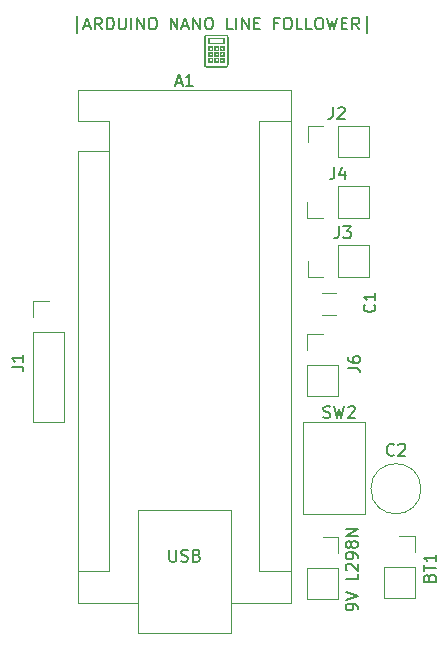
<source format=gbr>
%TF.GenerationSoftware,KiCad,Pcbnew,7.0.7*%
%TF.CreationDate,2023-10-16T17:52:53+02:00*%
%TF.ProjectId,arduino-nano-line-follower,61726475-696e-46f2-9d6e-616e6f2d6c69,0*%
%TF.SameCoordinates,Original*%
%TF.FileFunction,Legend,Top*%
%TF.FilePolarity,Positive*%
%FSLAX46Y46*%
G04 Gerber Fmt 4.6, Leading zero omitted, Abs format (unit mm)*
G04 Created by KiCad (PCBNEW 7.0.7) date 2023-10-16 17:52:53*
%MOMM*%
%LPD*%
G01*
G04 APERTURE LIST*
%ADD10C,0.150000*%
%ADD11C,0.120000*%
G04 APERTURE END LIST*
D10*
X91974874Y-37303152D02*
X91974874Y-35874580D01*
X92641541Y-36684104D02*
X93117731Y-36684104D01*
X92546303Y-36969819D02*
X92879636Y-35969819D01*
X92879636Y-35969819D02*
X93212969Y-36969819D01*
X94117731Y-36969819D02*
X93784398Y-36493628D01*
X93546303Y-36969819D02*
X93546303Y-35969819D01*
X93546303Y-35969819D02*
X93927255Y-35969819D01*
X93927255Y-35969819D02*
X94022493Y-36017438D01*
X94022493Y-36017438D02*
X94070112Y-36065057D01*
X94070112Y-36065057D02*
X94117731Y-36160295D01*
X94117731Y-36160295D02*
X94117731Y-36303152D01*
X94117731Y-36303152D02*
X94070112Y-36398390D01*
X94070112Y-36398390D02*
X94022493Y-36446009D01*
X94022493Y-36446009D02*
X93927255Y-36493628D01*
X93927255Y-36493628D02*
X93546303Y-36493628D01*
X94546303Y-36969819D02*
X94546303Y-35969819D01*
X94546303Y-35969819D02*
X94784398Y-35969819D01*
X94784398Y-35969819D02*
X94927255Y-36017438D01*
X94927255Y-36017438D02*
X95022493Y-36112676D01*
X95022493Y-36112676D02*
X95070112Y-36207914D01*
X95070112Y-36207914D02*
X95117731Y-36398390D01*
X95117731Y-36398390D02*
X95117731Y-36541247D01*
X95117731Y-36541247D02*
X95070112Y-36731723D01*
X95070112Y-36731723D02*
X95022493Y-36826961D01*
X95022493Y-36826961D02*
X94927255Y-36922200D01*
X94927255Y-36922200D02*
X94784398Y-36969819D01*
X94784398Y-36969819D02*
X94546303Y-36969819D01*
X95546303Y-35969819D02*
X95546303Y-36779342D01*
X95546303Y-36779342D02*
X95593922Y-36874580D01*
X95593922Y-36874580D02*
X95641541Y-36922200D01*
X95641541Y-36922200D02*
X95736779Y-36969819D01*
X95736779Y-36969819D02*
X95927255Y-36969819D01*
X95927255Y-36969819D02*
X96022493Y-36922200D01*
X96022493Y-36922200D02*
X96070112Y-36874580D01*
X96070112Y-36874580D02*
X96117731Y-36779342D01*
X96117731Y-36779342D02*
X96117731Y-35969819D01*
X96593922Y-36969819D02*
X96593922Y-35969819D01*
X97070112Y-36969819D02*
X97070112Y-35969819D01*
X97070112Y-35969819D02*
X97641540Y-36969819D01*
X97641540Y-36969819D02*
X97641540Y-35969819D01*
X98308207Y-35969819D02*
X98498683Y-35969819D01*
X98498683Y-35969819D02*
X98593921Y-36017438D01*
X98593921Y-36017438D02*
X98689159Y-36112676D01*
X98689159Y-36112676D02*
X98736778Y-36303152D01*
X98736778Y-36303152D02*
X98736778Y-36636485D01*
X98736778Y-36636485D02*
X98689159Y-36826961D01*
X98689159Y-36826961D02*
X98593921Y-36922200D01*
X98593921Y-36922200D02*
X98498683Y-36969819D01*
X98498683Y-36969819D02*
X98308207Y-36969819D01*
X98308207Y-36969819D02*
X98212969Y-36922200D01*
X98212969Y-36922200D02*
X98117731Y-36826961D01*
X98117731Y-36826961D02*
X98070112Y-36636485D01*
X98070112Y-36636485D02*
X98070112Y-36303152D01*
X98070112Y-36303152D02*
X98117731Y-36112676D01*
X98117731Y-36112676D02*
X98212969Y-36017438D01*
X98212969Y-36017438D02*
X98308207Y-35969819D01*
X99927255Y-36969819D02*
X99927255Y-35969819D01*
X99927255Y-35969819D02*
X100498683Y-36969819D01*
X100498683Y-36969819D02*
X100498683Y-35969819D01*
X100927255Y-36684104D02*
X101403445Y-36684104D01*
X100832017Y-36969819D02*
X101165350Y-35969819D01*
X101165350Y-35969819D02*
X101498683Y-36969819D01*
X101832017Y-36969819D02*
X101832017Y-35969819D01*
X101832017Y-35969819D02*
X102403445Y-36969819D01*
X102403445Y-36969819D02*
X102403445Y-35969819D01*
X103070112Y-35969819D02*
X103260588Y-35969819D01*
X103260588Y-35969819D02*
X103355826Y-36017438D01*
X103355826Y-36017438D02*
X103451064Y-36112676D01*
X103451064Y-36112676D02*
X103498683Y-36303152D01*
X103498683Y-36303152D02*
X103498683Y-36636485D01*
X103498683Y-36636485D02*
X103451064Y-36826961D01*
X103451064Y-36826961D02*
X103355826Y-36922200D01*
X103355826Y-36922200D02*
X103260588Y-36969819D01*
X103260588Y-36969819D02*
X103070112Y-36969819D01*
X103070112Y-36969819D02*
X102974874Y-36922200D01*
X102974874Y-36922200D02*
X102879636Y-36826961D01*
X102879636Y-36826961D02*
X102832017Y-36636485D01*
X102832017Y-36636485D02*
X102832017Y-36303152D01*
X102832017Y-36303152D02*
X102879636Y-36112676D01*
X102879636Y-36112676D02*
X102974874Y-36017438D01*
X102974874Y-36017438D02*
X103070112Y-35969819D01*
X105165350Y-36969819D02*
X104689160Y-36969819D01*
X104689160Y-36969819D02*
X104689160Y-35969819D01*
X105498684Y-36969819D02*
X105498684Y-35969819D01*
X105974874Y-36969819D02*
X105974874Y-35969819D01*
X105974874Y-35969819D02*
X106546302Y-36969819D01*
X106546302Y-36969819D02*
X106546302Y-35969819D01*
X107022493Y-36446009D02*
X107355826Y-36446009D01*
X107498683Y-36969819D02*
X107022493Y-36969819D01*
X107022493Y-36969819D02*
X107022493Y-35969819D01*
X107022493Y-35969819D02*
X107498683Y-35969819D01*
X109022493Y-36446009D02*
X108689160Y-36446009D01*
X108689160Y-36969819D02*
X108689160Y-35969819D01*
X108689160Y-35969819D02*
X109165350Y-35969819D01*
X109736779Y-35969819D02*
X109927255Y-35969819D01*
X109927255Y-35969819D02*
X110022493Y-36017438D01*
X110022493Y-36017438D02*
X110117731Y-36112676D01*
X110117731Y-36112676D02*
X110165350Y-36303152D01*
X110165350Y-36303152D02*
X110165350Y-36636485D01*
X110165350Y-36636485D02*
X110117731Y-36826961D01*
X110117731Y-36826961D02*
X110022493Y-36922200D01*
X110022493Y-36922200D02*
X109927255Y-36969819D01*
X109927255Y-36969819D02*
X109736779Y-36969819D01*
X109736779Y-36969819D02*
X109641541Y-36922200D01*
X109641541Y-36922200D02*
X109546303Y-36826961D01*
X109546303Y-36826961D02*
X109498684Y-36636485D01*
X109498684Y-36636485D02*
X109498684Y-36303152D01*
X109498684Y-36303152D02*
X109546303Y-36112676D01*
X109546303Y-36112676D02*
X109641541Y-36017438D01*
X109641541Y-36017438D02*
X109736779Y-35969819D01*
X111070112Y-36969819D02*
X110593922Y-36969819D01*
X110593922Y-36969819D02*
X110593922Y-35969819D01*
X111879636Y-36969819D02*
X111403446Y-36969819D01*
X111403446Y-36969819D02*
X111403446Y-35969819D01*
X112403446Y-35969819D02*
X112593922Y-35969819D01*
X112593922Y-35969819D02*
X112689160Y-36017438D01*
X112689160Y-36017438D02*
X112784398Y-36112676D01*
X112784398Y-36112676D02*
X112832017Y-36303152D01*
X112832017Y-36303152D02*
X112832017Y-36636485D01*
X112832017Y-36636485D02*
X112784398Y-36826961D01*
X112784398Y-36826961D02*
X112689160Y-36922200D01*
X112689160Y-36922200D02*
X112593922Y-36969819D01*
X112593922Y-36969819D02*
X112403446Y-36969819D01*
X112403446Y-36969819D02*
X112308208Y-36922200D01*
X112308208Y-36922200D02*
X112212970Y-36826961D01*
X112212970Y-36826961D02*
X112165351Y-36636485D01*
X112165351Y-36636485D02*
X112165351Y-36303152D01*
X112165351Y-36303152D02*
X112212970Y-36112676D01*
X112212970Y-36112676D02*
X112308208Y-36017438D01*
X112308208Y-36017438D02*
X112403446Y-35969819D01*
X113165351Y-35969819D02*
X113403446Y-36969819D01*
X113403446Y-36969819D02*
X113593922Y-36255533D01*
X113593922Y-36255533D02*
X113784398Y-36969819D01*
X113784398Y-36969819D02*
X114022494Y-35969819D01*
X114403446Y-36446009D02*
X114736779Y-36446009D01*
X114879636Y-36969819D02*
X114403446Y-36969819D01*
X114403446Y-36969819D02*
X114403446Y-35969819D01*
X114403446Y-35969819D02*
X114879636Y-35969819D01*
X115879636Y-36969819D02*
X115546303Y-36493628D01*
X115308208Y-36969819D02*
X115308208Y-35969819D01*
X115308208Y-35969819D02*
X115689160Y-35969819D01*
X115689160Y-35969819D02*
X115784398Y-36017438D01*
X115784398Y-36017438D02*
X115832017Y-36065057D01*
X115832017Y-36065057D02*
X115879636Y-36160295D01*
X115879636Y-36160295D02*
X115879636Y-36303152D01*
X115879636Y-36303152D02*
X115832017Y-36398390D01*
X115832017Y-36398390D02*
X115784398Y-36446009D01*
X115784398Y-36446009D02*
X115689160Y-36493628D01*
X115689160Y-36493628D02*
X115308208Y-36493628D01*
X116546303Y-37303152D02*
X116546303Y-35874580D01*
X115754819Y-86057142D02*
X115754819Y-85866666D01*
X115754819Y-85866666D02*
X115707200Y-85771428D01*
X115707200Y-85771428D02*
X115659580Y-85723809D01*
X115659580Y-85723809D02*
X115516723Y-85628571D01*
X115516723Y-85628571D02*
X115326247Y-85580952D01*
X115326247Y-85580952D02*
X114945295Y-85580952D01*
X114945295Y-85580952D02*
X114850057Y-85628571D01*
X114850057Y-85628571D02*
X114802438Y-85676190D01*
X114802438Y-85676190D02*
X114754819Y-85771428D01*
X114754819Y-85771428D02*
X114754819Y-85961904D01*
X114754819Y-85961904D02*
X114802438Y-86057142D01*
X114802438Y-86057142D02*
X114850057Y-86104761D01*
X114850057Y-86104761D02*
X114945295Y-86152380D01*
X114945295Y-86152380D02*
X115183390Y-86152380D01*
X115183390Y-86152380D02*
X115278628Y-86104761D01*
X115278628Y-86104761D02*
X115326247Y-86057142D01*
X115326247Y-86057142D02*
X115373866Y-85961904D01*
X115373866Y-85961904D02*
X115373866Y-85771428D01*
X115373866Y-85771428D02*
X115326247Y-85676190D01*
X115326247Y-85676190D02*
X115278628Y-85628571D01*
X115278628Y-85628571D02*
X115183390Y-85580952D01*
X114754819Y-85295237D02*
X115754819Y-84961904D01*
X115754819Y-84961904D02*
X114754819Y-84628571D01*
X115754819Y-83057142D02*
X115754819Y-83533332D01*
X115754819Y-83533332D02*
X114754819Y-83533332D01*
X114850057Y-82771427D02*
X114802438Y-82723808D01*
X114802438Y-82723808D02*
X114754819Y-82628570D01*
X114754819Y-82628570D02*
X114754819Y-82390475D01*
X114754819Y-82390475D02*
X114802438Y-82295237D01*
X114802438Y-82295237D02*
X114850057Y-82247618D01*
X114850057Y-82247618D02*
X114945295Y-82199999D01*
X114945295Y-82199999D02*
X115040533Y-82199999D01*
X115040533Y-82199999D02*
X115183390Y-82247618D01*
X115183390Y-82247618D02*
X115754819Y-82819046D01*
X115754819Y-82819046D02*
X115754819Y-82199999D01*
X115754819Y-81723808D02*
X115754819Y-81533332D01*
X115754819Y-81533332D02*
X115707200Y-81438094D01*
X115707200Y-81438094D02*
X115659580Y-81390475D01*
X115659580Y-81390475D02*
X115516723Y-81295237D01*
X115516723Y-81295237D02*
X115326247Y-81247618D01*
X115326247Y-81247618D02*
X114945295Y-81247618D01*
X114945295Y-81247618D02*
X114850057Y-81295237D01*
X114850057Y-81295237D02*
X114802438Y-81342856D01*
X114802438Y-81342856D02*
X114754819Y-81438094D01*
X114754819Y-81438094D02*
X114754819Y-81628570D01*
X114754819Y-81628570D02*
X114802438Y-81723808D01*
X114802438Y-81723808D02*
X114850057Y-81771427D01*
X114850057Y-81771427D02*
X114945295Y-81819046D01*
X114945295Y-81819046D02*
X115183390Y-81819046D01*
X115183390Y-81819046D02*
X115278628Y-81771427D01*
X115278628Y-81771427D02*
X115326247Y-81723808D01*
X115326247Y-81723808D02*
X115373866Y-81628570D01*
X115373866Y-81628570D02*
X115373866Y-81438094D01*
X115373866Y-81438094D02*
X115326247Y-81342856D01*
X115326247Y-81342856D02*
X115278628Y-81295237D01*
X115278628Y-81295237D02*
X115183390Y-81247618D01*
X115183390Y-80676189D02*
X115135771Y-80771427D01*
X115135771Y-80771427D02*
X115088152Y-80819046D01*
X115088152Y-80819046D02*
X114992914Y-80866665D01*
X114992914Y-80866665D02*
X114945295Y-80866665D01*
X114945295Y-80866665D02*
X114850057Y-80819046D01*
X114850057Y-80819046D02*
X114802438Y-80771427D01*
X114802438Y-80771427D02*
X114754819Y-80676189D01*
X114754819Y-80676189D02*
X114754819Y-80485713D01*
X114754819Y-80485713D02*
X114802438Y-80390475D01*
X114802438Y-80390475D02*
X114850057Y-80342856D01*
X114850057Y-80342856D02*
X114945295Y-80295237D01*
X114945295Y-80295237D02*
X114992914Y-80295237D01*
X114992914Y-80295237D02*
X115088152Y-80342856D01*
X115088152Y-80342856D02*
X115135771Y-80390475D01*
X115135771Y-80390475D02*
X115183390Y-80485713D01*
X115183390Y-80485713D02*
X115183390Y-80676189D01*
X115183390Y-80676189D02*
X115231009Y-80771427D01*
X115231009Y-80771427D02*
X115278628Y-80819046D01*
X115278628Y-80819046D02*
X115373866Y-80866665D01*
X115373866Y-80866665D02*
X115564342Y-80866665D01*
X115564342Y-80866665D02*
X115659580Y-80819046D01*
X115659580Y-80819046D02*
X115707200Y-80771427D01*
X115707200Y-80771427D02*
X115754819Y-80676189D01*
X115754819Y-80676189D02*
X115754819Y-80485713D01*
X115754819Y-80485713D02*
X115707200Y-80390475D01*
X115707200Y-80390475D02*
X115659580Y-80342856D01*
X115659580Y-80342856D02*
X115564342Y-80295237D01*
X115564342Y-80295237D02*
X115373866Y-80295237D01*
X115373866Y-80295237D02*
X115278628Y-80342856D01*
X115278628Y-80342856D02*
X115231009Y-80390475D01*
X115231009Y-80390475D02*
X115183390Y-80485713D01*
X115754819Y-79866665D02*
X114754819Y-79866665D01*
X114754819Y-79866665D02*
X115754819Y-79295237D01*
X115754819Y-79295237D02*
X114754819Y-79295237D01*
X112866667Y-69807200D02*
X113009524Y-69854819D01*
X113009524Y-69854819D02*
X113247619Y-69854819D01*
X113247619Y-69854819D02*
X113342857Y-69807200D01*
X113342857Y-69807200D02*
X113390476Y-69759580D01*
X113390476Y-69759580D02*
X113438095Y-69664342D01*
X113438095Y-69664342D02*
X113438095Y-69569104D01*
X113438095Y-69569104D02*
X113390476Y-69473866D01*
X113390476Y-69473866D02*
X113342857Y-69426247D01*
X113342857Y-69426247D02*
X113247619Y-69378628D01*
X113247619Y-69378628D02*
X113057143Y-69331009D01*
X113057143Y-69331009D02*
X112961905Y-69283390D01*
X112961905Y-69283390D02*
X112914286Y-69235771D01*
X112914286Y-69235771D02*
X112866667Y-69140533D01*
X112866667Y-69140533D02*
X112866667Y-69045295D01*
X112866667Y-69045295D02*
X112914286Y-68950057D01*
X112914286Y-68950057D02*
X112961905Y-68902438D01*
X112961905Y-68902438D02*
X113057143Y-68854819D01*
X113057143Y-68854819D02*
X113295238Y-68854819D01*
X113295238Y-68854819D02*
X113438095Y-68902438D01*
X113771429Y-68854819D02*
X114009524Y-69854819D01*
X114009524Y-69854819D02*
X114200000Y-69140533D01*
X114200000Y-69140533D02*
X114390476Y-69854819D01*
X114390476Y-69854819D02*
X114628572Y-68854819D01*
X114961905Y-68950057D02*
X115009524Y-68902438D01*
X115009524Y-68902438D02*
X115104762Y-68854819D01*
X115104762Y-68854819D02*
X115342857Y-68854819D01*
X115342857Y-68854819D02*
X115438095Y-68902438D01*
X115438095Y-68902438D02*
X115485714Y-68950057D01*
X115485714Y-68950057D02*
X115533333Y-69045295D01*
X115533333Y-69045295D02*
X115533333Y-69140533D01*
X115533333Y-69140533D02*
X115485714Y-69283390D01*
X115485714Y-69283390D02*
X114914286Y-69854819D01*
X114914286Y-69854819D02*
X115533333Y-69854819D01*
X114954819Y-65633333D02*
X115669104Y-65633333D01*
X115669104Y-65633333D02*
X115811961Y-65680952D01*
X115811961Y-65680952D02*
X115907200Y-65776190D01*
X115907200Y-65776190D02*
X115954819Y-65919047D01*
X115954819Y-65919047D02*
X115954819Y-66014285D01*
X114954819Y-64728571D02*
X114954819Y-64919047D01*
X114954819Y-64919047D02*
X115002438Y-65014285D01*
X115002438Y-65014285D02*
X115050057Y-65061904D01*
X115050057Y-65061904D02*
X115192914Y-65157142D01*
X115192914Y-65157142D02*
X115383390Y-65204761D01*
X115383390Y-65204761D02*
X115764342Y-65204761D01*
X115764342Y-65204761D02*
X115859580Y-65157142D01*
X115859580Y-65157142D02*
X115907200Y-65109523D01*
X115907200Y-65109523D02*
X115954819Y-65014285D01*
X115954819Y-65014285D02*
X115954819Y-64823809D01*
X115954819Y-64823809D02*
X115907200Y-64728571D01*
X115907200Y-64728571D02*
X115859580Y-64680952D01*
X115859580Y-64680952D02*
X115764342Y-64633333D01*
X115764342Y-64633333D02*
X115526247Y-64633333D01*
X115526247Y-64633333D02*
X115431009Y-64680952D01*
X115431009Y-64680952D02*
X115383390Y-64728571D01*
X115383390Y-64728571D02*
X115335771Y-64823809D01*
X115335771Y-64823809D02*
X115335771Y-65014285D01*
X115335771Y-65014285D02*
X115383390Y-65109523D01*
X115383390Y-65109523D02*
X115431009Y-65157142D01*
X115431009Y-65157142D02*
X115526247Y-65204761D01*
X113766666Y-48654819D02*
X113766666Y-49369104D01*
X113766666Y-49369104D02*
X113719047Y-49511961D01*
X113719047Y-49511961D02*
X113623809Y-49607200D01*
X113623809Y-49607200D02*
X113480952Y-49654819D01*
X113480952Y-49654819D02*
X113385714Y-49654819D01*
X114671428Y-48988152D02*
X114671428Y-49654819D01*
X114433333Y-48607200D02*
X114195238Y-49321485D01*
X114195238Y-49321485D02*
X114814285Y-49321485D01*
X121831009Y-83385714D02*
X121878628Y-83242857D01*
X121878628Y-83242857D02*
X121926247Y-83195238D01*
X121926247Y-83195238D02*
X122021485Y-83147619D01*
X122021485Y-83147619D02*
X122164342Y-83147619D01*
X122164342Y-83147619D02*
X122259580Y-83195238D01*
X122259580Y-83195238D02*
X122307200Y-83242857D01*
X122307200Y-83242857D02*
X122354819Y-83338095D01*
X122354819Y-83338095D02*
X122354819Y-83719047D01*
X122354819Y-83719047D02*
X121354819Y-83719047D01*
X121354819Y-83719047D02*
X121354819Y-83385714D01*
X121354819Y-83385714D02*
X121402438Y-83290476D01*
X121402438Y-83290476D02*
X121450057Y-83242857D01*
X121450057Y-83242857D02*
X121545295Y-83195238D01*
X121545295Y-83195238D02*
X121640533Y-83195238D01*
X121640533Y-83195238D02*
X121735771Y-83242857D01*
X121735771Y-83242857D02*
X121783390Y-83290476D01*
X121783390Y-83290476D02*
X121831009Y-83385714D01*
X121831009Y-83385714D02*
X121831009Y-83719047D01*
X121354819Y-82861904D02*
X121354819Y-82290476D01*
X122354819Y-82576190D02*
X121354819Y-82576190D01*
X122354819Y-81433333D02*
X122354819Y-82004761D01*
X122354819Y-81719047D02*
X121354819Y-81719047D01*
X121354819Y-81719047D02*
X121497676Y-81814285D01*
X121497676Y-81814285D02*
X121592914Y-81909523D01*
X121592914Y-81909523D02*
X121640533Y-82004761D01*
X118833333Y-72969580D02*
X118785714Y-73017200D01*
X118785714Y-73017200D02*
X118642857Y-73064819D01*
X118642857Y-73064819D02*
X118547619Y-73064819D01*
X118547619Y-73064819D02*
X118404762Y-73017200D01*
X118404762Y-73017200D02*
X118309524Y-72921961D01*
X118309524Y-72921961D02*
X118261905Y-72826723D01*
X118261905Y-72826723D02*
X118214286Y-72636247D01*
X118214286Y-72636247D02*
X118214286Y-72493390D01*
X118214286Y-72493390D02*
X118261905Y-72302914D01*
X118261905Y-72302914D02*
X118309524Y-72207676D01*
X118309524Y-72207676D02*
X118404762Y-72112438D01*
X118404762Y-72112438D02*
X118547619Y-72064819D01*
X118547619Y-72064819D02*
X118642857Y-72064819D01*
X118642857Y-72064819D02*
X118785714Y-72112438D01*
X118785714Y-72112438D02*
X118833333Y-72160057D01*
X119214286Y-72160057D02*
X119261905Y-72112438D01*
X119261905Y-72112438D02*
X119357143Y-72064819D01*
X119357143Y-72064819D02*
X119595238Y-72064819D01*
X119595238Y-72064819D02*
X119690476Y-72112438D01*
X119690476Y-72112438D02*
X119738095Y-72160057D01*
X119738095Y-72160057D02*
X119785714Y-72255295D01*
X119785714Y-72255295D02*
X119785714Y-72350533D01*
X119785714Y-72350533D02*
X119738095Y-72493390D01*
X119738095Y-72493390D02*
X119166667Y-73064819D01*
X119166667Y-73064819D02*
X119785714Y-73064819D01*
X117159580Y-60266666D02*
X117207200Y-60314285D01*
X117207200Y-60314285D02*
X117254819Y-60457142D01*
X117254819Y-60457142D02*
X117254819Y-60552380D01*
X117254819Y-60552380D02*
X117207200Y-60695237D01*
X117207200Y-60695237D02*
X117111961Y-60790475D01*
X117111961Y-60790475D02*
X117016723Y-60838094D01*
X117016723Y-60838094D02*
X116826247Y-60885713D01*
X116826247Y-60885713D02*
X116683390Y-60885713D01*
X116683390Y-60885713D02*
X116492914Y-60838094D01*
X116492914Y-60838094D02*
X116397676Y-60790475D01*
X116397676Y-60790475D02*
X116302438Y-60695237D01*
X116302438Y-60695237D02*
X116254819Y-60552380D01*
X116254819Y-60552380D02*
X116254819Y-60457142D01*
X116254819Y-60457142D02*
X116302438Y-60314285D01*
X116302438Y-60314285D02*
X116350057Y-60266666D01*
X117254819Y-59314285D02*
X117254819Y-59885713D01*
X117254819Y-59599999D02*
X116254819Y-59599999D01*
X116254819Y-59599999D02*
X116397676Y-59695237D01*
X116397676Y-59695237D02*
X116492914Y-59790475D01*
X116492914Y-59790475D02*
X116540533Y-59885713D01*
X86454819Y-65533333D02*
X87169104Y-65533333D01*
X87169104Y-65533333D02*
X87311961Y-65580952D01*
X87311961Y-65580952D02*
X87407200Y-65676190D01*
X87407200Y-65676190D02*
X87454819Y-65819047D01*
X87454819Y-65819047D02*
X87454819Y-65914285D01*
X87454819Y-64533333D02*
X87454819Y-65104761D01*
X87454819Y-64819047D02*
X86454819Y-64819047D01*
X86454819Y-64819047D02*
X86597676Y-64914285D01*
X86597676Y-64914285D02*
X86692914Y-65009523D01*
X86692914Y-65009523D02*
X86740533Y-65104761D01*
X100365714Y-41469104D02*
X100841904Y-41469104D01*
X100270476Y-41754819D02*
X100603809Y-40754819D01*
X100603809Y-40754819D02*
X100937142Y-41754819D01*
X101794285Y-41754819D02*
X101222857Y-41754819D01*
X101508571Y-41754819D02*
X101508571Y-40754819D01*
X101508571Y-40754819D02*
X101413333Y-40897676D01*
X101413333Y-40897676D02*
X101318095Y-40992914D01*
X101318095Y-40992914D02*
X101222857Y-41040533D01*
X99818095Y-81034819D02*
X99818095Y-81844342D01*
X99818095Y-81844342D02*
X99865714Y-81939580D01*
X99865714Y-81939580D02*
X99913333Y-81987200D01*
X99913333Y-81987200D02*
X100008571Y-82034819D01*
X100008571Y-82034819D02*
X100199047Y-82034819D01*
X100199047Y-82034819D02*
X100294285Y-81987200D01*
X100294285Y-81987200D02*
X100341904Y-81939580D01*
X100341904Y-81939580D02*
X100389523Y-81844342D01*
X100389523Y-81844342D02*
X100389523Y-81034819D01*
X100818095Y-81987200D02*
X100960952Y-82034819D01*
X100960952Y-82034819D02*
X101199047Y-82034819D01*
X101199047Y-82034819D02*
X101294285Y-81987200D01*
X101294285Y-81987200D02*
X101341904Y-81939580D01*
X101341904Y-81939580D02*
X101389523Y-81844342D01*
X101389523Y-81844342D02*
X101389523Y-81749104D01*
X101389523Y-81749104D02*
X101341904Y-81653866D01*
X101341904Y-81653866D02*
X101294285Y-81606247D01*
X101294285Y-81606247D02*
X101199047Y-81558628D01*
X101199047Y-81558628D02*
X101008571Y-81511009D01*
X101008571Y-81511009D02*
X100913333Y-81463390D01*
X100913333Y-81463390D02*
X100865714Y-81415771D01*
X100865714Y-81415771D02*
X100818095Y-81320533D01*
X100818095Y-81320533D02*
X100818095Y-81225295D01*
X100818095Y-81225295D02*
X100865714Y-81130057D01*
X100865714Y-81130057D02*
X100913333Y-81082438D01*
X100913333Y-81082438D02*
X101008571Y-81034819D01*
X101008571Y-81034819D02*
X101246666Y-81034819D01*
X101246666Y-81034819D02*
X101389523Y-81082438D01*
X102151428Y-81511009D02*
X102294285Y-81558628D01*
X102294285Y-81558628D02*
X102341904Y-81606247D01*
X102341904Y-81606247D02*
X102389523Y-81701485D01*
X102389523Y-81701485D02*
X102389523Y-81844342D01*
X102389523Y-81844342D02*
X102341904Y-81939580D01*
X102341904Y-81939580D02*
X102294285Y-81987200D01*
X102294285Y-81987200D02*
X102199047Y-82034819D01*
X102199047Y-82034819D02*
X101818095Y-82034819D01*
X101818095Y-82034819D02*
X101818095Y-81034819D01*
X101818095Y-81034819D02*
X102151428Y-81034819D01*
X102151428Y-81034819D02*
X102246666Y-81082438D01*
X102246666Y-81082438D02*
X102294285Y-81130057D01*
X102294285Y-81130057D02*
X102341904Y-81225295D01*
X102341904Y-81225295D02*
X102341904Y-81320533D01*
X102341904Y-81320533D02*
X102294285Y-81415771D01*
X102294285Y-81415771D02*
X102246666Y-81463390D01*
X102246666Y-81463390D02*
X102151428Y-81511009D01*
X102151428Y-81511009D02*
X101818095Y-81511009D01*
X113666666Y-43554819D02*
X113666666Y-44269104D01*
X113666666Y-44269104D02*
X113619047Y-44411961D01*
X113619047Y-44411961D02*
X113523809Y-44507200D01*
X113523809Y-44507200D02*
X113380952Y-44554819D01*
X113380952Y-44554819D02*
X113285714Y-44554819D01*
X114095238Y-43650057D02*
X114142857Y-43602438D01*
X114142857Y-43602438D02*
X114238095Y-43554819D01*
X114238095Y-43554819D02*
X114476190Y-43554819D01*
X114476190Y-43554819D02*
X114571428Y-43602438D01*
X114571428Y-43602438D02*
X114619047Y-43650057D01*
X114619047Y-43650057D02*
X114666666Y-43745295D01*
X114666666Y-43745295D02*
X114666666Y-43840533D01*
X114666666Y-43840533D02*
X114619047Y-43983390D01*
X114619047Y-43983390D02*
X114047619Y-44554819D01*
X114047619Y-44554819D02*
X114666666Y-44554819D01*
X114166666Y-53654819D02*
X114166666Y-54369104D01*
X114166666Y-54369104D02*
X114119047Y-54511961D01*
X114119047Y-54511961D02*
X114023809Y-54607200D01*
X114023809Y-54607200D02*
X113880952Y-54654819D01*
X113880952Y-54654819D02*
X113785714Y-54654819D01*
X114547619Y-53654819D02*
X115166666Y-53654819D01*
X115166666Y-53654819D02*
X114833333Y-54035771D01*
X114833333Y-54035771D02*
X114976190Y-54035771D01*
X114976190Y-54035771D02*
X115071428Y-54083390D01*
X115071428Y-54083390D02*
X115119047Y-54131009D01*
X115119047Y-54131009D02*
X115166666Y-54226247D01*
X115166666Y-54226247D02*
X115166666Y-54464342D01*
X115166666Y-54464342D02*
X115119047Y-54559580D01*
X115119047Y-54559580D02*
X115071428Y-54607200D01*
X115071428Y-54607200D02*
X114976190Y-54654819D01*
X114976190Y-54654819D02*
X114690476Y-54654819D01*
X114690476Y-54654819D02*
X114595238Y-54607200D01*
X114595238Y-54607200D02*
X114547619Y-54559580D01*
D11*
%TO.C,9V L298N*%
X111470000Y-82570000D02*
X111470000Y-85170000D01*
X111470000Y-82570000D02*
X114130000Y-82570000D01*
X111470000Y-85170000D02*
X114130000Y-85170000D01*
X112800000Y-79970000D02*
X114130000Y-79970000D01*
X114130000Y-79970000D02*
X114130000Y-81300000D01*
X114130000Y-82570000D02*
X114130000Y-85170000D01*
%TO.C,SW2*%
X116341120Y-77960800D02*
X111118880Y-77960800D01*
X116341120Y-70239200D02*
X116341120Y-77960800D01*
X116341120Y-70239200D02*
X111118880Y-70239200D01*
X111118880Y-77960800D02*
X111118880Y-70239200D01*
%TO.C,J6*%
X111470000Y-62770000D02*
X112800000Y-62770000D01*
X111470000Y-64100000D02*
X111470000Y-62770000D01*
X111470000Y-65370000D02*
X111470000Y-67970000D01*
X111470000Y-65370000D02*
X114130000Y-65370000D01*
X111470000Y-67970000D02*
X114130000Y-67970000D01*
X114130000Y-65370000D02*
X114130000Y-67970000D01*
%TO.C,J4*%
X111495000Y-52930000D02*
X111495000Y-51600000D01*
X112825000Y-52930000D02*
X111495000Y-52930000D01*
X114095000Y-52930000D02*
X116695000Y-52930000D01*
X114095000Y-52930000D02*
X114095000Y-50270000D01*
X116695000Y-52930000D02*
X116695000Y-50270000D01*
X114095000Y-50270000D02*
X116695000Y-50270000D01*
%TO.C,BT1*%
X117970000Y-82470000D02*
X117970000Y-85070000D01*
X117970000Y-82470000D02*
X120630000Y-82470000D01*
X117970000Y-85070000D02*
X120630000Y-85070000D01*
X119300000Y-79870000D02*
X120630000Y-79870000D01*
X120630000Y-79870000D02*
X120630000Y-81200000D01*
X120630000Y-82470000D02*
X120630000Y-85070000D01*
%TO.C,C2*%
X121120000Y-75860000D02*
G75*
G03*
X121120000Y-75860000I-2120000J0D01*
G01*
%TO.C,C1*%
X112706000Y-59280000D02*
X113964000Y-59280000D01*
X112706000Y-61120000D02*
X113964000Y-61120000D01*
%TO.C,J1*%
X88270000Y-59970000D02*
X89600000Y-59970000D01*
X88270000Y-61300000D02*
X88270000Y-59970000D01*
X88270000Y-62570000D02*
X88270000Y-70250000D01*
X88270000Y-62570000D02*
X90930000Y-62570000D01*
X88270000Y-70250000D02*
X90930000Y-70250000D01*
X90930000Y-62570000D02*
X90930000Y-70250000D01*
%TO.C,G\u002A\u002A\u002A*%
G36*
X103511749Y-39588452D02*
G01*
X103511749Y-39783445D01*
X103316756Y-39783445D01*
X103121763Y-39783445D01*
X103121763Y-39664753D01*
X103221640Y-39664753D01*
X103307349Y-39664753D01*
X103393058Y-39664753D01*
X103393058Y-39579045D01*
X103393058Y-39493336D01*
X103312517Y-39498504D01*
X103231976Y-39503672D01*
X103226808Y-39584213D01*
X103221640Y-39664753D01*
X103121763Y-39664753D01*
X103121763Y-39588452D01*
X103121763Y-39393458D01*
X103316756Y-39393458D01*
X103511749Y-39393458D01*
X103511749Y-39588452D01*
G37*
G36*
X104003472Y-38588051D02*
G01*
X104003472Y-38783044D01*
X103808478Y-38783044D01*
X103613485Y-38783044D01*
X103613485Y-38588051D01*
X103613485Y-38511749D01*
X103732177Y-38511749D01*
X103732177Y-38597458D01*
X103732177Y-38683167D01*
X103812717Y-38677999D01*
X103893258Y-38672831D01*
X103898426Y-38592290D01*
X103903594Y-38511749D01*
X103817885Y-38511749D01*
X103732177Y-38511749D01*
X103613485Y-38511749D01*
X103613485Y-38393058D01*
X103808478Y-38393058D01*
X104003472Y-38393058D01*
X104003472Y-38588051D01*
G37*
G36*
X104003472Y-39088251D02*
G01*
X104003472Y-39291723D01*
X103808478Y-39291723D01*
X103613485Y-39291723D01*
X103613485Y-39088251D01*
X103613485Y-39001614D01*
X103732177Y-39001614D01*
X103732177Y-39088251D01*
X103732177Y-39174889D01*
X103812717Y-39169721D01*
X103893258Y-39164553D01*
X103893258Y-39088251D01*
X103893258Y-39011950D01*
X103812717Y-39006782D01*
X103732177Y-39001614D01*
X103613485Y-39001614D01*
X103613485Y-38884780D01*
X103808478Y-38884780D01*
X104003472Y-38884780D01*
X104003472Y-39088251D01*
G37*
G36*
X104003472Y-39588452D02*
G01*
X104003472Y-39783445D01*
X103808478Y-39783445D01*
X103613485Y-39783445D01*
X103613485Y-39588452D01*
X103613485Y-39493336D01*
X103732177Y-39493336D01*
X103732177Y-39579045D01*
X103732177Y-39664753D01*
X103817885Y-39664753D01*
X103903594Y-39664753D01*
X103898426Y-39584213D01*
X103893258Y-39503672D01*
X103812717Y-39498504D01*
X103732177Y-39493336D01*
X103613485Y-39493336D01*
X103613485Y-39393458D01*
X103808478Y-39393458D01*
X104003472Y-39393458D01*
X104003472Y-39588452D01*
G37*
G36*
X104512150Y-39588452D02*
G01*
X104512150Y-39783445D01*
X104317157Y-39783445D01*
X104122163Y-39783445D01*
X104122163Y-39664753D01*
X104222041Y-39664753D01*
X104307750Y-39664753D01*
X104393458Y-39664753D01*
X104393458Y-39579045D01*
X104393458Y-39493336D01*
X104312918Y-39498504D01*
X104232377Y-39503672D01*
X104227209Y-39584213D01*
X104222041Y-39664753D01*
X104122163Y-39664753D01*
X104122163Y-39588452D01*
X104122163Y-39393458D01*
X104317157Y-39393458D01*
X104512150Y-39393458D01*
X104512150Y-39588452D01*
G37*
G36*
X103511749Y-38588051D02*
G01*
X103511749Y-38783044D01*
X103316756Y-38783044D01*
X103121763Y-38783044D01*
X103121763Y-38588051D01*
X103121763Y-38511749D01*
X103223498Y-38511749D01*
X103223498Y-38585225D01*
X103225903Y-38632806D01*
X103231941Y-38664743D01*
X103234802Y-38670005D01*
X103257385Y-38676955D01*
X103300613Y-38680939D01*
X103319582Y-38681309D01*
X103393058Y-38681309D01*
X103393058Y-38596529D01*
X103393058Y-38511749D01*
X103308278Y-38511749D01*
X103223498Y-38511749D01*
X103121763Y-38511749D01*
X103121763Y-38393058D01*
X103316756Y-38393058D01*
X103511749Y-38393058D01*
X103511749Y-38588051D01*
G37*
G36*
X103511749Y-39088251D02*
G01*
X103511749Y-39291723D01*
X103316756Y-39291723D01*
X103121763Y-39291723D01*
X103121763Y-39125992D01*
X103225281Y-39125992D01*
X103239411Y-39157755D01*
X103274984Y-39171003D01*
X103316224Y-39173031D01*
X103393058Y-39173031D01*
X103393058Y-39087322D01*
X103393058Y-39001614D01*
X103312517Y-39006782D01*
X103263755Y-39011404D01*
X103239284Y-39021649D01*
X103229509Y-39044424D01*
X103226543Y-39068671D01*
X103225281Y-39125992D01*
X103121763Y-39125992D01*
X103121763Y-39088251D01*
X103121763Y-38884780D01*
X103316756Y-38884780D01*
X103511749Y-38884780D01*
X103511749Y-39088251D01*
G37*
G36*
X104512150Y-38588051D02*
G01*
X104512150Y-38783044D01*
X104317157Y-38783044D01*
X104122163Y-38783044D01*
X104122163Y-38588051D01*
X104122163Y-38511749D01*
X104223899Y-38511749D01*
X104223899Y-38585225D01*
X104226304Y-38632806D01*
X104232341Y-38664743D01*
X104235203Y-38670005D01*
X104257785Y-38676955D01*
X104301014Y-38680939D01*
X104319983Y-38681309D01*
X104393458Y-38681309D01*
X104393458Y-38596529D01*
X104393458Y-38511749D01*
X104308679Y-38511749D01*
X104223899Y-38511749D01*
X104122163Y-38511749D01*
X104122163Y-38393058D01*
X104317157Y-38393058D01*
X104512150Y-38393058D01*
X104512150Y-38588051D01*
G37*
G36*
X104512150Y-39088251D02*
G01*
X104512150Y-39291723D01*
X104317157Y-39291723D01*
X104122163Y-39291723D01*
X104122163Y-39125992D01*
X104225681Y-39125992D01*
X104239811Y-39157755D01*
X104275385Y-39171003D01*
X104316624Y-39173031D01*
X104393458Y-39173031D01*
X104393458Y-39087322D01*
X104393458Y-39001614D01*
X104312918Y-39006782D01*
X104264155Y-39011404D01*
X104239684Y-39021649D01*
X104229909Y-39044424D01*
X104226943Y-39068671D01*
X104225681Y-39125992D01*
X104122163Y-39125992D01*
X104122163Y-39088251D01*
X104122163Y-38884780D01*
X104317157Y-38884780D01*
X104512150Y-38884780D01*
X104512150Y-39088251D01*
G37*
G36*
X104512150Y-37952203D02*
G01*
X104512150Y-38223498D01*
X103816956Y-38223498D01*
X103121763Y-38223498D01*
X103121763Y-37952203D01*
X103121763Y-37799600D01*
X103223498Y-37799600D01*
X103223498Y-37940899D01*
X103224771Y-38007121D01*
X103228160Y-38059712D01*
X103233018Y-38089948D01*
X103234802Y-38093503D01*
X103253856Y-38096181D01*
X103302816Y-38098633D01*
X103377675Y-38100781D01*
X103474429Y-38102547D01*
X103589071Y-38103855D01*
X103717595Y-38104627D01*
X103819782Y-38104807D01*
X104393458Y-38104807D01*
X104393458Y-37952203D01*
X104393458Y-37799600D01*
X103808478Y-37799600D01*
X103223498Y-37799600D01*
X103121763Y-37799600D01*
X103121763Y-37680908D01*
X103816956Y-37680908D01*
X104512150Y-37680908D01*
X104512150Y-37952203D01*
G37*
G36*
X104305528Y-37411781D02*
G01*
X104424049Y-37412634D01*
X104519834Y-37414537D01*
X104595680Y-37417703D01*
X104654379Y-37422344D01*
X104698726Y-37428672D01*
X104731516Y-37436900D01*
X104755541Y-37447238D01*
X104773597Y-37459900D01*
X104788478Y-37475098D01*
X104800976Y-37490497D01*
X104807208Y-37499260D01*
X104812611Y-37510155D01*
X104817245Y-37525518D01*
X104821167Y-37547681D01*
X104824438Y-37578980D01*
X104827117Y-37621749D01*
X104829262Y-37678322D01*
X104830932Y-37751034D01*
X104832188Y-37842219D01*
X104833087Y-37954212D01*
X104833689Y-38089346D01*
X104834054Y-38249957D01*
X104834240Y-38438379D01*
X104834306Y-38656945D01*
X104834313Y-38806992D01*
X104834353Y-39049892D01*
X104834359Y-39261169D01*
X104834162Y-39443112D01*
X104833593Y-39598009D01*
X104832481Y-39728147D01*
X104830658Y-39835817D01*
X104827953Y-39923307D01*
X104824196Y-39992904D01*
X104819219Y-40046898D01*
X104812851Y-40087577D01*
X104804923Y-40117230D01*
X104795265Y-40138145D01*
X104783708Y-40152610D01*
X104770082Y-40162915D01*
X104754217Y-40171347D01*
X104735944Y-40180195D01*
X104732390Y-40182006D01*
X104717138Y-40187775D01*
X104693754Y-40192609D01*
X104659475Y-40196579D01*
X104611539Y-40199759D01*
X104547180Y-40202223D01*
X104463635Y-40204043D01*
X104358141Y-40205291D01*
X104227935Y-40206042D01*
X104070252Y-40206368D01*
X103882330Y-40206342D01*
X103813559Y-40206269D01*
X103644035Y-40205793D01*
X103484114Y-40204830D01*
X103337135Y-40203437D01*
X103206432Y-40201669D01*
X103095342Y-40199582D01*
X103007202Y-40197231D01*
X102945348Y-40194672D01*
X102913116Y-40191962D01*
X102909813Y-40191167D01*
X102875227Y-40169273D01*
X102836640Y-40134844D01*
X102833512Y-40131536D01*
X102791122Y-40085931D01*
X102786567Y-38815691D01*
X102786525Y-38803866D01*
X102901335Y-38803866D01*
X102901386Y-39038239D01*
X102901574Y-39241035D01*
X102901951Y-39414589D01*
X102902568Y-39561236D01*
X102903480Y-39683310D01*
X102904737Y-39783146D01*
X102906392Y-39863079D01*
X102908497Y-39925444D01*
X102911104Y-39972576D01*
X102914267Y-40006809D01*
X102918036Y-40030479D01*
X102922465Y-40045919D01*
X102927605Y-40055465D01*
X102929397Y-40057644D01*
X102937263Y-40064634D01*
X102949016Y-40070490D01*
X102967499Y-40075311D01*
X102995555Y-40079198D01*
X103036024Y-40082250D01*
X103091751Y-40084568D01*
X103165577Y-40086251D01*
X103260344Y-40087400D01*
X103378896Y-40088113D01*
X103524074Y-40088492D01*
X103698721Y-40088636D01*
X103811106Y-40088652D01*
X104003173Y-40088617D01*
X104164199Y-40088438D01*
X104297057Y-40088004D01*
X104404618Y-40087204D01*
X104489755Y-40085929D01*
X104555338Y-40084066D01*
X104604240Y-40081506D01*
X104639333Y-40078137D01*
X104663488Y-40073849D01*
X104679576Y-40068531D01*
X104690471Y-40062073D01*
X104698993Y-40054412D01*
X104705514Y-40047282D01*
X104711139Y-40038285D01*
X104715924Y-40025050D01*
X104719924Y-40005206D01*
X104723196Y-39976380D01*
X104725796Y-39936201D01*
X104727780Y-39882298D01*
X104729204Y-39812297D01*
X104730124Y-39723829D01*
X104730596Y-39614520D01*
X104730676Y-39482000D01*
X104730419Y-39323896D01*
X104729883Y-39137837D01*
X104729123Y-38921450D01*
X104728666Y-38798301D01*
X104727771Y-38565379D01*
X104726905Y-38364017D01*
X104725997Y-38191865D01*
X104724976Y-38046573D01*
X104723772Y-37925789D01*
X104722313Y-37827163D01*
X104720529Y-37748344D01*
X104718349Y-37686981D01*
X104715703Y-37640724D01*
X104712520Y-37607221D01*
X104708729Y-37584123D01*
X104704260Y-37569077D01*
X104699041Y-37559734D01*
X104693002Y-37553742D01*
X104691185Y-37552367D01*
X104678756Y-37546771D01*
X104656294Y-37542082D01*
X104621110Y-37538224D01*
X104570518Y-37535125D01*
X104501830Y-37532710D01*
X104412359Y-37530905D01*
X104299418Y-37529636D01*
X104160319Y-37528829D01*
X103992376Y-37528411D01*
X103817488Y-37528305D01*
X103624115Y-37528411D01*
X103461832Y-37528785D01*
X103327816Y-37529513D01*
X103219246Y-37530679D01*
X103133299Y-37532368D01*
X103067155Y-37534664D01*
X103017990Y-37537653D01*
X102982984Y-37541419D01*
X102959313Y-37546048D01*
X102944157Y-37551623D01*
X102939020Y-37554700D01*
X102901335Y-37581095D01*
X102901335Y-38803866D01*
X102786525Y-38803866D01*
X102782013Y-37545452D01*
X102840362Y-37481771D01*
X102898711Y-37418091D01*
X103785618Y-37413405D01*
X103989107Y-37412378D01*
X104161479Y-37411767D01*
X104305528Y-37411781D01*
G37*
%TO.C,A1*%
X92060000Y-42080000D02*
X92060000Y-44750000D01*
X92060000Y-47290000D02*
X92060000Y-85520000D01*
X92060000Y-85520000D02*
X97140000Y-85520000D01*
X94730000Y-44750000D02*
X92060000Y-44750000D01*
X94730000Y-47290000D02*
X92060000Y-47290000D01*
X94730000Y-47290000D02*
X94730000Y-44750000D01*
X94730000Y-47290000D02*
X94730000Y-82850000D01*
X94730000Y-82850000D02*
X92060000Y-82850000D01*
X97140000Y-77640000D02*
X105020000Y-77640000D01*
X97140000Y-88060000D02*
X97140000Y-77640000D01*
X105020000Y-77640000D02*
X105020000Y-88060000D01*
X105020000Y-88060000D02*
X97140000Y-88060000D01*
X107430000Y-44750000D02*
X107430000Y-82850000D01*
X107430000Y-44750000D02*
X110100000Y-44750000D01*
X107430000Y-82850000D02*
X110100000Y-82850000D01*
X110100000Y-42080000D02*
X92060000Y-42080000D01*
X110100000Y-85520000D02*
X105020000Y-85520000D01*
X110100000Y-85520000D02*
X110100000Y-42080000D01*
%TO.C,J2*%
X114120000Y-47805000D02*
X116720000Y-47805000D01*
X114120000Y-47805000D02*
X114120000Y-45145000D01*
X116720000Y-47805000D02*
X116720000Y-45145000D01*
X111520000Y-46475000D02*
X111520000Y-45145000D01*
X111520000Y-45145000D02*
X112850000Y-45145000D01*
X114120000Y-45145000D02*
X116720000Y-45145000D01*
%TO.C,J3*%
X111530000Y-57905000D02*
X111530000Y-56575000D01*
X112860000Y-57905000D02*
X111530000Y-57905000D01*
X114130000Y-57905000D02*
X116730000Y-57905000D01*
X114130000Y-57905000D02*
X114130000Y-55245000D01*
X116730000Y-57905000D02*
X116730000Y-55245000D01*
X114130000Y-55245000D02*
X116730000Y-55245000D01*
%TD*%
M02*

</source>
